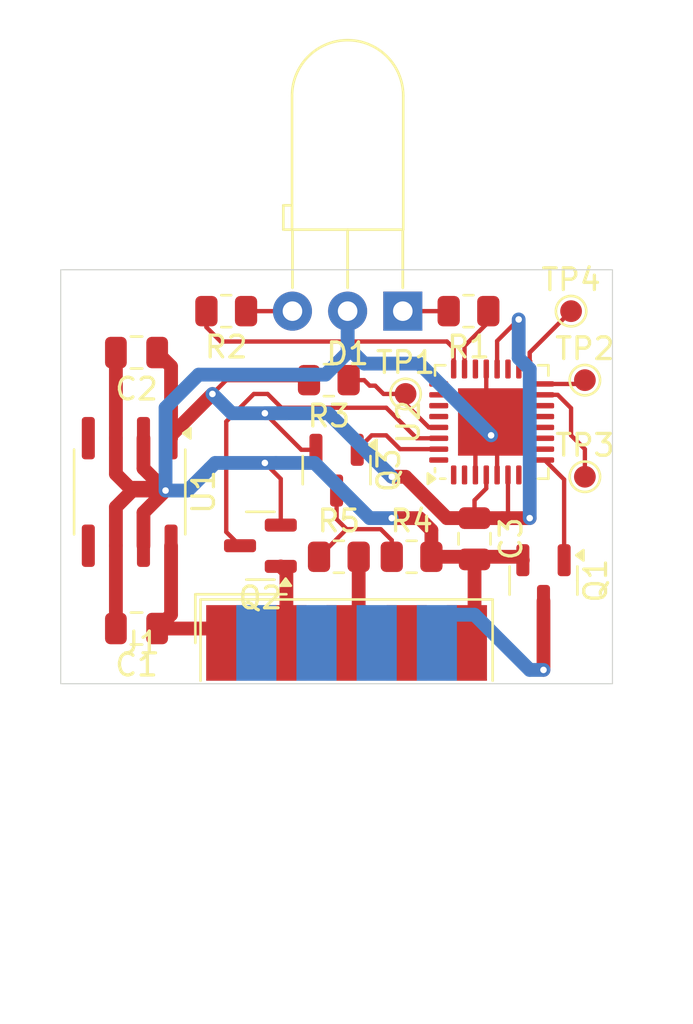
<source format=kicad_pcb>
(kicad_pcb (version 20240108) (generator "pcbnew") (generator_version "8.0")
  (layers (0 "F.Cu" signal) (31 "B.Cu" signal) (34 "B.Paste" user) (35 "F.Paste" user) (36 "B.SilkS" user "B.Silkscreen") (37 "F.SilkS" user "F.Silkscreen") (38 "B.Mask" user) (39 "F.Mask" user) (44 "Edge.Cuts" user))
  (net 0 "")
  (net 7 "GND")
  (net 8 "Net-(U1-IN)")
  (net 25 "Net-(Q1-C)")
  (net 26 "Net-(Q2-B)")
  (net 27 "Net-(U2-PC6{slash}~{RESET})")
  (net 28 "Net-(U2-PB4)")
  (net 29 "Net-(U2-PB3)")
  (net 30 "Net-(U2-PB5)")
  (net 31 "VCC")
  (net 32 "Net-(Q1-B)")
  (net 33 "Net-(Q2-C)")
  (net 34 "Net-(Q3-B)")
  (net 35 "Net-(U2-PC0)")
  (net 36 "Net-(U2-PC1)")
  (net 37 "Net-(J1-Pad3)")
  (net 38 "Net-(Q3-C)")
  (net 39 "Net-(D1-A2)")
  (net 40 "Net-(D1-A1)")
  (footprint "TestPoint:TestPoint_Pad_D1.0mm" (layer "F.Cu") (at 161.29 107.315)
    (property "Reference" "TP3" (at 0 -1.448 0) (layer "F.SilkS"))
    (property "Value" "TestPoint")
    (fp_circle (center 0 0) (end 0 0.7) (stroke (width 0.12)) (fill none) (layer "F.SilkS"))
    (pad "1" smd circle (at 0 0) (size 1 1) (layers "F.Cu" "F.Mask") (net 29 "Net-(U2-PB3)"))
  )
  (footprint "Resistor_SMD:R_0805_2012Metric" (layer "F.Cu") (at 144.78 99.695 180)
    (property "Reference" "R2" (at 0 -1.65 360) (layer "F.SilkS"))
    (property "Value" "271")
    (fp_line (start -0.227064 0.735) (end 0.227064 0.735) (stroke (width 0.12)) (layer "F.SilkS"))
    (fp_line (start -0.227064 -0.735) (end 0.227064 -0.735) (stroke (width 0.12)) (layer "F.SilkS"))
    (pad "1" smd roundrect (at -0.9125 0 180) (size 1.025 1.4) (layers "F.Cu" "F.Paste" "F.Mask") (roundrect_rratio 0.243902) (net 39 "Net-(D1-A2)"))
    (pad "2" smd roundrect (at 0.9125 0 180) (size 1.025 1.4) (layers "F.Cu" "F.Paste" "F.Mask") (roundrect_rratio 0.243902) (net 36 "Net-(U2-PC1)"))
  )
  (footprint "Capacitor_SMD:C_0805_2012Metric" (layer "F.Cu") (at 156.21 110.17 -90)
    (property "Reference" "C3" (at 0 -1.68 90) (layer "F.SilkS"))
    (property "Value" "C")
    (fp_line (start -0.261252 0.735) (end 0.261252 0.735) (stroke (width 0.12)) (layer "F.SilkS"))
    (fp_line (start -0.261252 -0.735) (end 0.261252 -0.735) (stroke (width 0.12)) (layer "F.SilkS"))
    (pad "1" smd roundrect (at -0.95 0 270) (size 1 1.45) (layers "F.Cu" "F.Paste" "F.Mask") (net 31 "VCC"))
    (pad "2" smd roundrect (at 0.95 0 270) (size 1 1.45) (layers "F.Cu" "F.Paste" "F.Mask") (net 7 "GND"))
  )
  (footprint "Capacitor_SMD:C_0805_2012Metric" (layer "F.Cu") (at 140.65 114.3 180)
    (property "Reference" "C1" (at 0 -1.68 360) (layer "F.SilkS"))
    (property "Value" "C")
    (fp_line (start -0.261252 0.735) (end 0.261252 0.735) (stroke (width 0.12)) (layer "F.SilkS"))
    (fp_line (start -0.261252 -0.735) (end 0.261252 -0.735) (stroke (width 0.12)) (layer "F.SilkS"))
    (pad "1" smd roundrect (at -0.95 0 180) (size 1 1.45) (layers "F.Cu" "F.Paste" "F.Mask") (net 8 "Net-(U1-IN)"))
    (pad "2" smd roundrect (at 0.95 0 180) (size 1 1.45) (layers "F.Cu" "F.Paste" "F.Mask") (net 7 "GND"))
  )
  (footprint "Resistor_SMD:R_0805_2012Metric" (layer "F.Cu") (at 149.9635 110.998)
    (property "Reference" "R5" (at 0 -1.65 0) (layer "F.SilkS"))
    (property "Value" "18A")
    (fp_line (start -0.227064 -0.735) (end 0.227064 -0.735) (stroke (width 0.12)) (layer "F.SilkS"))
    (fp_line (start -0.227064 0.735) (end 0.227064 0.735) (stroke (width 0.12)) (layer "F.SilkS"))
    (pad "1" smd roundrect (at -0.9125 0) (size 1.025 1.4) (layers "F.Cu" "F.Paste" "F.Mask") (roundrect_rratio 0.243902) (net 38 "Net-(Q3-C)"))
    (pad "2" smd roundrect (at 0.9125 0) (size 1.025 1.4) (layers "F.Cu" "F.Paste" "F.Mask") (roundrect_rratio 0.243902) (net 37 "Net-(J1-Pad3)"))
  )
  (footprint "LED_THT:LED_D5.0mm-3_Horizontal_O3.81mm_Z3.0mm" (layer "F.Cu") (at 152.908 99.695 180)
    (property "Reference" "D1" (at 2.54 -1.96 360) (layer "F.SilkS"))
    (property "Value" "LED_Dual_AKA")
    (fp_line (start 5.5 4.87) (end 5.1 4.87) (stroke (width 0.12)) (layer "F.SilkS"))
    (fp_line (start 5.5 3.75) (end 5.5 4.87) (stroke (width 0.12)) (layer "F.SilkS"))
    (fp_line (start 5.1 4.87) (end 5.1 3.75) (stroke (width 0.12)) (layer "F.SilkS"))
    (fp_line (start 5.1 3.75) (end 5.5 3.75) (stroke (width 0.12)) (layer "F.SilkS"))
    (fp_line (start 5.1 3.75) (end 5.1 9.91) (stroke (width 0.12)) (layer "F.SilkS"))
    (fp_line (start 5.08 3.75) (end 5.08 3.75) (stroke (width 0.12)) (layer "F.SilkS"))
    (fp_line (start 5.08 3.75) (end 5.08 1.08) (stroke (width 0.12)) (layer "F.SilkS"))
    (fp_line (start 5.08 1.08) (end 5.08 3.75) (stroke (width 0.12)) (layer "F.SilkS"))
    (fp_line (start 5.08 1.08) (end 5.08 1.08) (stroke (width 0.12)) (layer "F.SilkS"))
    (fp_line (start 2.54 3.75) (end 2.54 3.75) (stroke (width 0.12)) (layer "F.SilkS"))
    (fp_line (start 2.54 3.75) (end 2.54 1.08) (stroke (width 0.12)) (layer "F.SilkS"))
    (fp_line (start 2.54 1.08) (end 2.54 3.75) (stroke (width 0.12)) (layer "F.SilkS"))
    (fp_line (start 2.54 1.08) (end 2.54 1.08) (stroke (width 0.12)) (layer "F.SilkS"))
    (fp_line (start 0 3.75) (end 0 3.75) (stroke (width 0.12)) (layer "F.SilkS"))
    (fp_line (start 0 3.75) (end 0 1.08) (stroke (width 0.12)) (layer "F.SilkS"))
    (fp_line (start 0 1.08) (end 0 3.75) (stroke (width 0.12)) (layer "F.SilkS"))
    (fp_line (start 0 1.08) (end 0 1.08) (stroke (width 0.12)) (layer "F.SilkS"))
    (fp_line (start -0.02 3.75) (end 5.1 3.75) (stroke (width 0.12)) (layer "F.SilkS"))
    (fp_line (start -0.02 3.75) (end -0.02 9.91) (stroke (width 0.12)) (layer "F.SilkS"))
    (fp_arc (start 5.1 9.91) (mid 2.54 12.47) (end -0.02 9.91) (stroke (width 0.12)) (layer "F.SilkS"))
    (pad "1" thru_hole rect (at 0 0 180) (size 1.8 1.8) (drill 0.9) (layers "*.Cu" "*.Mask") (net 40 "Net-(D1-A1)"))
    (pad "2" thru_hole circle (at 2.54 0 180) (size 1.8 1.8) (drill 0.9) (layers "*.Cu" "*.Mask") (net 7 "GND"))
    (pad "3" thru_hole circle (at 5.08 0 180) (size 1.8 1.8) (drill 0.9) (layers "*.Cu" "*.Mask") (net 39 "Net-(D1-A2)"))
  )
  (footprint "Package_TO_SOT_SMD:SOT-23" (layer "F.Cu") (at 146.3525 110.49 180)
    (property "Reference" "Q2" (at 0 -2.4 360) (layer "F.SilkS"))
    (property "Value" "BCR533")
    (fp_line (start 0 1.56) (end 0.65 1.56) (stroke (width 0.12)) (layer "F.SilkS"))
    (fp_line (start 0 1.56) (end -0.65 1.56) (stroke (width 0.12)) (layer "F.SilkS"))
    (fp_line (start 0 -1.56) (end 0.65 -1.56) (stroke (width 0.12)) (layer "F.SilkS"))
    (fp_line (start 0 -1.56) (end -0.65 -1.56) (stroke (width 0.12)) (layer "F.SilkS"))
    (fp_poly (pts (xy -1.1625 -1.51) (xy -1.4025 -1.84) (xy -0.9225 -1.84) (xy -1.1625 -1.51)) (stroke (width 0.12)) (fill solid) (layer "F.SilkS"))
    (pad "1" smd roundrect (at -0.9375 -0.95 180) (size 1.475 0.6) (layers "F.Cu" "F.Paste" "F.Mask") (net 26 "Net-(Q2-B)"))
    (pad "2" smd roundrect (at -0.9375 0.95 180) (size 1.475 0.6) (layers "F.Cu" "F.Paste" "F.Mask") (net 7 "GND"))
    (pad "3" smd roundrect (at 0.9375 0 180) (size 1.475 0.6) (layers "F.Cu" "F.Paste" "F.Mask") (net 33 "Net-(Q2-C)"))
  )
  (footprint "TestPoint:TestPoint_Pad_D1.0mm" (layer "F.Cu") (at 153.035 103.505)
    (property "Reference" "TP1" (at 0 -1.448 0) (layer "F.SilkS"))
    (property "Value" "TestPoint")
    (fp_circle (center 0 0) (end 0 0.7) (stroke (width 0.12)) (fill none) (layer "F.SilkS"))
    (pad "1" smd circle (at 0 0) (size 1 1) (layers "F.Cu" "F.Mask") (net 27 "Net-(U2-PC6{slash}~{RESET})"))
  )
  (footprint "Resistor_SMD:R_0805_2012Metric" (layer "F.Cu") (at 155.9325 99.695 180)
    (property "Reference" "R1" (at 0 -1.65 360) (layer "F.SilkS"))
    (property "Value" "271")
    (fp_line (start -0.227064 0.735) (end 0.227064 0.735) (stroke (width 0.12)) (layer "F.SilkS"))
    (fp_line (start -0.227064 -0.735) (end 0.227064 -0.735) (stroke (width 0.12)) (layer "F.SilkS"))
    (pad "1" smd roundrect (at -0.9125 0 180) (size 1.025 1.4) (layers "F.Cu" "F.Paste" "F.Mask") (roundrect_rratio 0.243902) (net 35 "Net-(U2-PC0)"))
    (pad "2" smd roundrect (at 0.9125 0 180) (size 1.025 1.4) (layers "F.Cu" "F.Paste" "F.Mask") (roundrect_rratio 0.243902) (net 40 "Net-(D1-A1)"))
  )
  (footprint "Resistor_SMD:R_0805_2012Metric" (layer "F.Cu") (at 149.5025 102.87 180)
    (property "Reference" "R3" (at 0 -1.65 360) (layer "F.SilkS"))
    (property "Value" "472")
    (fp_line (start -0.227064 0.735) (end 0.227064 0.735) (stroke (width 0.12)) (layer "F.SilkS"))
    (fp_line (start -0.227064 -0.735) (end 0.227064 -0.735) (stroke (width 0.12)) (layer "F.SilkS"))
    (pad "1" smd roundrect (at -0.9125 0 180) (size 1.025 1.4) (layers "F.Cu" "F.Paste" "F.Mask") (roundrect_rratio 0.243902) (net 27 "Net-(U2-PC6{slash}~{RESET})"))
    (pad "2" smd roundrect (at 0.9125 0 180) (size 1.025 1.4) (layers "F.Cu" "F.Paste" "F.Mask") (roundrect_rratio 0.243902) (net 31 "VCC"))
  )
  (footprint "Resistor_SMD:R_0805_2012Metric" (layer "F.Cu") (at 153.3125 110.998)
    (property "Reference" "R4" (at 0 -1.65 0) (layer "F.SilkS"))
    (property "Value" "472")
    (fp_line (start -0.227064 -0.735) (end 0.227064 -0.735) (stroke (width 0.12)) (layer "F.SilkS"))
    (fp_line (start -0.227064 0.735) (end 0.227064 0.735) (stroke (width 0.12)) (layer "F.SilkS"))
    (pad "1" smd roundrect (at -0.9125 0) (size 1.025 1.4) (layers "F.Cu" "F.Paste" "F.Mask") (roundrect_rratio 0.243902) (net 38 "Net-(Q3-C)"))
    (pad "2" smd roundrect (at 0.9125 0) (size 1.025 1.4) (layers "F.Cu" "F.Paste" "F.Mask") (roundrect_rratio 0.243902) (net 7 "GND"))
  )
  (footprint "TestPoint:TestPoint_Pad_D1.0mm" (layer "F.Cu") (at 160.655 99.695)
    (property "Reference" "TP4" (at 0 -1.448 0) (layer "F.SilkS"))
    (property "Value" "TestPoint")
    (fp_circle (center 0 0) (end 0 0.7) (stroke (width 0.12)) (fill none) (layer "F.SilkS"))
    (pad "1" smd circle (at 0 0) (size 1 1) (layers "F.Cu" "F.Mask") (net 30 "Net-(U2-PB5)"))
  )
  (footprint "Connector_Dsub:DSUB-9_Male_EdgeMount_P2.77mm" (layer "F.Cu") (at 150.32 114.9625)
    (property "Reference" "J1" (at -9.463333 0 0) (layer "F.SilkS"))
    (property "Value" "DE9_Plug")
    (fp_line (start -6.963333 -2.24) (end -2.77 -2.24) (stroke (width 0.12)) (layer "F.SilkS"))
    (fp_line (start -6.963333 0) (end -6.963333 -2.24) (stroke (width 0.12)) (layer "F.SilkS"))
    (fp_line (start -6.723333 -2) (end -6.723333 1.74) (stroke (width 0.12)) (layer "F.SilkS"))
    (fp_line (start 6.723333 -2) (end -6.723333 -2) (stroke (width 0.12)) (layer "F.SilkS"))
    (fp_line (start 6.723333 1.74) (end 6.723333 -2) (stroke (width 0.12)) (layer "F.SilkS"))
    (pad "1" smd rect (at -5.54 0) (size 1.846667 3.48) (layers "F.Cu" "F.Paste" "F.Mask") (net 8 "Net-(U1-IN)"))
    (pad "2" smd rect (at -2.77 0) (size 1.846667 3.48) (layers "F.Cu" "F.Paste" "F.Mask") (net 26 "Net-(Q2-B)"))
    (pad "3" smd rect (at 0 0) (size 1.846667 3.48) (layers "F.Cu" "F.Paste" "F.Mask") (net 37 "Net-(J1-Pad3)"))
    (pad "4" smd rect (at 2.77 0) (size 1.846667 3.48) (layers "F.Cu" "F.Paste" "F.Mask"))
    (pad "5" smd rect (at 5.54 0) (size 1.846667 3.48) (layers "F.Cu" "F.Paste" "F.Mask") (net 7 "GND"))
    (pad "6" smd rect (at -4.155 0) (size 1.846667 3.48) (layers "B.Cu" "B.Paste" "B.Mask"))
    (pad "7" smd rect (at -1.385 0) (size 1.846667 3.48) (layers "B.Cu" "B.Paste" "B.Mask"))
    (pad "8" smd rect (at 1.385 0) (size 1.846667 3.48) (layers "B.Cu" "B.Paste" "B.Mask"))
    (pad "9" smd rect (at 4.155 0) (size 1.846667 3.48) (layers "B.Cu" "B.Paste" "B.Mask") (net 25 "Net-(Q1-C)"))
  )
  (footprint "TestPoint:TestPoint_Pad_D1.0mm" (layer "F.Cu") (at 161.29 102.87)
    (property "Reference" "TP2" (at 0 -1.448 0) (layer "F.SilkS"))
    (property "Value" "TestPoint")
    (fp_circle (center 0 0) (end 0 0.7) (stroke (width 0.12)) (fill none) (layer "F.SilkS"))
    (pad "1" smd circle (at 0 0) (size 1 1) (layers "F.Cu" "F.Mask") (net 28 "Net-(U2-PB4)"))
  )
  (footprint "Package_SO:SOIC-8_3.9x4.9mm_P1.27mm" (layer "F.Cu") (at 140.335 108.015 -90)
    (property "Reference" "U1" (at 0 -3.4 90) (layer "F.SilkS"))
    (property "Value" "L78L05_SO8")
    (fp_line (start 0 2.56) (end -1.95 2.56) (stroke (width 0.12)) (layer "F.SilkS"))
    (fp_line (start 0 2.56) (end 1.95 2.56) (stroke (width 0.12)) (layer "F.SilkS"))
    (fp_line (start 0 -2.56) (end -1.95 -2.56) (stroke (width 0.12)) (layer "F.SilkS"))
    (fp_line (start 0 -2.56) (end 1.95 -2.56) (stroke (width 0.12)) (layer "F.SilkS"))
    (fp_poly (pts (xy -2.7 -2.465) (xy -2.94 -2.795) (xy -2.46 -2.795) (xy -2.7 -2.465)) (stroke (width 0.12)) (fill solid) (layer "F.SilkS"))
    (pad "1" smd roundrect (at -2.475 -1.905 270) (size 1.95 0.6) (layers "F.Cu" "F.Paste" "F.Mask") (net 31 "VCC"))
    (pad "2" smd roundrect (at -2.475 -0.635 270) (size 1.95 0.6) (layers "F.Cu" "F.Paste" "F.Mask") (net 7 "GND"))
    (pad "3" smd roundrect (at -2.475 0.635 270) (size 1.95 0.6) (layers "F.Cu" "F.Paste" "F.Mask") (net 7 "GND"))
    (pad "4" smd roundrect (at -2.475 1.905 270) (size 1.95 0.6) (layers "F.Cu" "F.Paste" "F.Mask"))
    (pad "5" smd roundrect (at 2.475 1.905 270) (size 1.95 0.6) (layers "F.Cu" "F.Paste" "F.Mask"))
    (pad "6" smd roundrect (at 2.475 0.635 270) (size 1.95 0.6) (layers "F.Cu" "F.Paste" "F.Mask") (net 7 "GND"))
    (pad "7" smd roundrect (at 2.475 -0.635 270) (size 1.95 0.6) (layers "F.Cu" "F.Paste" "F.Mask") (net 7 "GND"))
    (pad "8" smd roundrect (at 2.475 -1.905 270) (size 1.95 0.6) (layers "F.Cu" "F.Paste" "F.Mask") (net 8 "Net-(U1-IN)"))
  )
  (footprint "Package_TO_SOT_SMD:SOT-23" (layer "F.Cu") (at 149.86 107.0125 -90)
    (property "Reference" "Q3" (at 0 -2.4 90) (layer "F.SilkS"))
    (property "Value" "BCR562")
    (fp_line (start 0 1.56) (end -0.65 1.56) (stroke (width 0.12)) (layer "F.SilkS"))
    (fp_line (start 0 1.56) (end 0.65 1.56) (stroke (width 0.12)) (layer "F.SilkS"))
    (fp_line (start 0 -1.56) (end -0.65 -1.56) (stroke (width 0.12)) (layer "F.SilkS"))
    (fp_line (start 0 -1.56) (end 0.65 -1.56) (stroke (width 0.12)) (layer "F.SilkS"))
    (fp_poly (pts (xy -1.1625 -1.51) (xy -1.4025 -1.84) (xy -0.9225 -1.84) (xy -1.1625 -1.51)) (stroke (width 0.12)) (fill solid) (layer "F.SilkS"))
    (pad "1" smd roundrect (at -0.9375 -0.95 270) (size 1.475 0.6) (layers "F.Cu" "F.Paste" "F.Mask") (net 34 "Net-(Q3-B)"))
    (pad "2" smd roundrect (at -0.9375 0.95 270) (size 1.475 0.6) (layers "F.Cu" "F.Paste" "F.Mask") (net 31 "VCC"))
    (pad "3" smd roundrect (at 0.9375 0 270) (size 1.475 0.6) (layers "F.Cu" "F.Paste" "F.Mask") (net 38 "Net-(Q3-C)"))
  )
  (footprint "Package_DFN_QFN:QFN-32-1EP_5x5mm_P0.5mm_EP3.1x3.1mm" (layer "F.Cu") (at 157 104.795 90)
    (property "Reference" "U2" (at 0 -3.83 90) (layer "F.SilkS"))
    (property "Value" "ATmega8A-M")
    (fp_line (start 2.61 -2.61) (end 2.61 -2.135) (stroke (width 0.12)) (layer "F.SilkS"))
    (fp_line (start 2.135 -2.61) (end 2.61 -2.61) (stroke (width 0.12)) (layer "F.SilkS"))
    (fp_line (start -2.135 -2.61) (end -2.31 -2.61) (stroke (width 0.12)) (layer "F.SilkS"))
    (fp_line (start -2.61 -2.135) (end -2.61 -2.37) (stroke (width 0.12)) (layer "F.SilkS"))
    (fp_line (start 2.61 2.61) (end 2.61 2.135) (stroke (width 0.12)) (layer "F.SilkS"))
    (fp_line (start 2.135 2.61) (end 2.61 2.61) (stroke (width 0.12)) (layer "F.SilkS"))
    (fp_line (start -2.135 2.61) (end -2.61 2.61) (stroke (width 0.12)) (layer "F.SilkS"))
    (fp_line (start -2.61 2.61) (end -2.61 2.135) (stroke (width 0.12)) (layer "F.SilkS"))
    (fp_poly (pts (xy -2.61 -2.61) (xy -2.85 -2.94) (xy -2.37 -2.94) (xy -2.61 -2.61)) (stroke (width 0.12)) (fill solid) (layer "F.SilkS"))
    (pad "1" smd roundrect (at -2.4375 -1.75 90) (size 0.875 0.25) (layers "F.Cu" "F.Paste" "F.Mask"))
    (pad "2" smd roundrect (at -2.4375 -1.25 90) (size 0.875 0.25) (layers "F.Cu" "F.Paste" "F.Mask"))
    (pad "3" smd roundrect (at -2.4375 -0.75 90) (size 0.875 0.25) (layers "F.Cu" "F.Paste" "F.Mask") (net 7 "GND"))
    (pad "4" smd roundrect (at -2.4375 -0.25 90) (size 0.875 0.25) (layers "F.Cu" "F.Paste" "F.Mask") (net 31 "VCC"))
    (pad "5" smd roundrect (at -2.4375 0.25 90) (size 0.875 0.25) (layers "F.Cu" "F.Paste" "F.Mask") (net 7 "GND"))
    (pad "6" smd roundrect (at -2.4375 0.75 90) (size 0.875 0.25) (layers "F.Cu" "F.Paste" "F.Mask") (net 31 "VCC"))
    (pad "7" smd roundrect (at -2.4375 1.25 90) (size 0.875 0.25) (layers "F.Cu" "F.Paste" "F.Mask"))
    (pad "8" smd roundrect (at -2.4375 1.75 90) (size 0.875 0.25) (layers "F.Cu" "F.Paste" "F.Mask"))
    (pad "9" smd roundrect (at -1.75 2.4375 90) (size 0.25 0.875) (layers "F.Cu" "F.Paste" "F.Mask") (net 32 "Net-(Q1-B)"))
    (pad "10" smd roundrect (at -1.25 2.4375 90) (size 0.25 0.875) (layers "F.Cu" "F.Paste" "F.Mask"))
    (pad "11" smd roundrect (at -0.75 2.4375 90) (size 0.25 0.875) (layers "F.Cu" "F.Paste" "F.Mask"))
    (pad "12" smd roundrect (at -0.25 2.4375 90) (size 0.25 0.875) (layers "F.Cu" "F.Paste" "F.Mask"))
    (pad "13" smd roundrect (at 0.25 2.4375 90) (size 0.25 0.875) (layers "F.Cu" "F.Paste" "F.Mask"))
    (pad "14" smd roundrect (at 0.75 2.4375 90) (size 0.25 0.875) (layers "F.Cu" "F.Paste" "F.Mask"))
    (pad "15" smd roundrect (at 1.25 2.4375 90) (size 0.25 0.875) (layers "F.Cu" "F.Paste" "F.Mask") (net 29 "Net-(U2-PB3)"))
    (pad "16" smd roundrect (at 1.75 2.4375 90) (size 0.25 0.875) (layers "F.Cu" "F.Paste" "F.Mask") (net 28 "Net-(U2-PB4)"))
    (pad "17" smd roundrect (at 2.4375 1.75 90) (size 0.875 0.25) (layers "F.Cu" "F.Paste" "F.Mask") (net 30 "Net-(U2-PB5)"))
    (pad "18" smd roundrect (at 2.4375 1.25 90) (size 0.875 0.25) (layers "F.Cu" "F.Paste" "F.Mask") (net 31 "VCC"))
    (pad "19" smd roundrect (at 2.4375 0.75 90) (size 0.875 0.25) (layers "F.Cu" "F.Paste" "F.Mask"))
    (pad "20" smd roundrect (at 2.4375 0.25 90) (size 0.875 0.25) (layers "F.Cu" "F.Paste" "F.Mask") (net 31 "VCC"))
    (pad "21" smd roundrect (at 2.4375 -0.25 90) (size 0.875 0.25) (layers "F.Cu" "F.Paste" "F.Mask") (net 7 "GND"))
    (pad "22" smd roundrect (at 2.4375 -0.75 90) (size 0.875 0.25) (layers "F.Cu" "F.Paste" "F.Mask"))
    (pad "23" smd roundrect (at 2.4375 -1.25 90) (size 0.875 0.25) (layers "F.Cu" "F.Paste" "F.Mask") (net 35 "Net-(U2-PC0)"))
    (pad "24" smd roundrect (at 2.4375 -1.75 90) (size 0.875 0.25) (layers "F.Cu" "F.Paste" "F.Mask") (net 36 "Net-(U2-PC1)"))
    (pad "25" smd roundrect (at 1.75 -2.4375 90) (size 0.25 0.875) (layers "F.Cu" "F.Paste" "F.Mask"))
    (pad "26" smd roundrect (at 1.25 -2.4375 90) (size 0.25 0.875) (layers "F.Cu" "F.Paste" "F.Mask"))
    (pad "27" smd roundrect (at 0.75 -2.4375 90) (size 0.25 0.875) (layers "F.Cu" "F.Paste" "F.Mask"))
    (pad "28" smd roundrect (at 0.25 -2.4375 90) (size 0.25 0.875) (layers "F.Cu" "F.Paste" "F.Mask"))
    (pad "29" smd roundrect (at -0.25 -2.4375 90) (size 0.25 0.875) (layers "F.Cu" "F.Paste" "F.Mask") (net 27 "Net-(U2-PC6{slash}~{RESET})"))
    (pad "30" smd roundrect (at -0.75 -2.4375 90) (size 0.25 0.875) (layers "F.Cu" "F.Paste" "F.Mask") (net 33 "Net-(Q2-C)"))
    (pad "31" smd roundrect (at -1.25 -2.4375 90) (size 0.25 0.875) (layers "F.Cu" "F.Paste" "F.Mask") (net 34 "Net-(Q3-B)"))
    (pad "32" smd roundrect (at -1.75 -2.4375 90) (size 0.25 0.875) (layers "F.Cu" "F.Paste" "F.Mask"))
    (pad "33" smd rect (at 0 0 90) (size 3.1 3.1) (property pad_prop_heatsink) (layers "F.Cu" "F.Mask") (net 7 "GND"))
  )
  (footprint "Capacitor_SMD:C_0805_2012Metric" (layer "F.Cu") (at 140.65 101.6 180)
    (property "Reference" "C2" (at 0 -1.68 360) (layer "F.SilkS"))
    (property "Value" "C")
    (fp_line (start -0.261252 0.735) (end 0.261252 0.735) (stroke (width 0.12)) (layer "F.SilkS"))
    (fp_line (start -0.261252 -0.735) (end 0.261252 -0.735) (stroke (width 0.12)) (layer "F.SilkS"))
    (pad "1" smd roundrect (at -0.95 0 180) (size 1 1.45) (layers "F.Cu" "F.Paste" "F.Mask") (net 31 "VCC"))
    (pad "2" smd roundrect (at 0.95 0 180) (size 1 1.45) (layers "F.Cu" "F.Paste" "F.Mask") (net 7 "GND"))
  )
  (footprint "Package_TO_SOT_SMD:SOT-23" (layer "F.Cu") (at 159.385 112.0925 -90)
    (property "Reference" "Q1" (at 0 -2.4 90) (layer "F.SilkS"))
    (property "Value" "BCR533")
    (fp_line (start 0 1.56) (end -0.65 1.56) (stroke (width 0.12)) (layer "F.SilkS"))
    (fp_line (start 0 1.56) (end 0.65 1.56) (stroke (width 0.12)) (layer "F.SilkS"))
    (fp_line (start 0 -1.56) (end -0.65 -1.56) (stroke (width 0.12)) (layer "F.SilkS"))
    (fp_line (start 0 -1.56) (end 0.65 -1.56) (stroke (width 0.12)) (layer "F.SilkS"))
    (fp_poly (pts (xy -1.1625 -1.51) (xy -1.4025 -1.84) (xy -0.9225 -1.84) (xy -1.1625 -1.51)) (stroke (width 0.12)) (fill solid) (layer "F.SilkS"))
    (pad "1" smd roundrect (at -0.9375 -0.95 270) (size 1.475 0.6) (layers "F.Cu" "F.Paste" "F.Mask") (net 32 "Net-(Q1-B)"))
    (pad "2" smd roundrect (at -0.9375 0.95 270) (size 1.475 0.6) (layers "F.Cu" "F.Paste" "F.Mask") (net 7 "GND"))
    (pad "3" smd roundrect (at 0.9375 0 270) (size 1.475 0.6) (layers "F.Cu" "F.Paste" "F.Mask") (net 25 "Net-(Q1-C)"))
  )
  (gr_rect (start 137.16 97.79) (end 162.56 116.84) (stroke (width 0.05)) (fill none) (layer "Edge.Cuts"))
  (segment (start 152.4 109.22) (end 153.67 109.22) (width 0.635) (layer "F.Cu") (net 7))
  (segment (start 139.7 107.188) (end 139.7 105.54) (width 0.635) (layer "F.Cu") (net 7))
  (segment (start 156.21 114.6125) (end 155.86 114.9625) (width 0.635) (layer "F.Cu") (net 7))
  (segment (start 140.97 108.966) (end 140.97 110.49) (width 0.635) (layer "F.Cu") (net 7))
  (segment (start 154.225 109.775) (end 154.225 110.998) (width 0.635) (layer "F.Cu") (net 7))
  (segment (start 141.986 107.95) (end 140.462 107.95) (width 0.635) (layer "F.Cu") (net 7))
  (segment (start 141.859 107.823) (end 140.335 107.823) (width 0.635) (layer "F.Cu") (net 7))
  (segment (start 141.986 107.95) (end 141.859 107.823) (width 0.635) (layer "F.Cu") (net 7))
  (segment (start 156.25 107.2325) (end 156.25 105.545) (width 0.2) (layer "F.Cu") (net 7))
  (segment (start 140.97 106.934) (end 140.97 105.54) (width 0.635) (layer "F.Cu") (net 7))
  (segment (start 139.7 108.712) (end 139.7 110.49) (width 0.635) (layer "F.Cu") (net 7))
  (segment (start 156.75 104.545) (end 157 104.795) (width 0.2) (layer "F.Cu") (net 7))
  (segment (start 154.225 110.998) (end 158.278 110.998) (width 0.635) (layer "F.Cu") (net 7))
  (segment (start 139.7 105.54) (end 139.7 101.6) (width 0.635) (layer "F.Cu") (net 7))
  (segment (start 156.75 102.3575) (end 156.75 104.545) (width 0.2) (layer "F.Cu") (net 7))
  (segment (start 140.335 107.823) (end 139.7 107.188) (width 0.635) (layer "F.Cu") (net 7))
  (segment (start 153.67 109.22) (end 154.225 109.775) (width 0.635) (layer "F.Cu") (net 7))
  (segment (start 157.25 105.045) (end 157 104.795) (width 0.2) (layer "F.Cu") (net 7))
  (segment (start 141.986 107.95) (end 140.97 106.934) (width 0.635) (layer "F.Cu") (net 7))
  (segment (start 156.21 111.12) (end 156.21 114.6125) (width 0.635) (layer "F.Cu") (net 7))
  (segment (start 156.25 105.545) (end 157 104.795) (width 0.2) (layer "F.Cu") (net 7))
  (segment (start 157.25 107.2325) (end 157.25 105.045) (width 0.2) (layer "F.Cu") (net 7))
  (segment (start 147.29 109.54) (end 147.29 107.412) (width 0.2) (layer "F.Cu") (net 7))
  (segment (start 139.7 110.49) (end 139.7 114.3) (width 0.635) (layer "F.Cu") (net 7))
  (segment (start 147.29 107.412) (end 146.558 106.68) (width 0.2) (layer "F.Cu") (net 7))
  (segment (start 141.986 107.95) (end 140.97 108.966) (width 0.635) (layer "F.Cu") (net 7))
  (segment (start 140.462 107.95) (end 139.7 108.712) (width 0.635) (layer "F.Cu") (net 7))
  (segment (start 158.278 110.998) (end 158.435 111.155) (width 0.635) (layer "F.Cu") (net 7))
  (via (at 146.558 106.68) (size 0.6) (drill 0.3) (layers "F.Cu" "B.Cu") (net 7))
  (via (at 152.4 109.22) (size 0.6) (drill 0.3) (layers "F.Cu" "B.Cu") (net 7))
  (via (at 156.972 105.41) (size 0.6) (drill 0.3) (layers "F.Cu" "B.Cu") (net 7))
  (via (at 141.986 107.95) (size 0.6) (drill 0.3) (layers "F.Cu" "B.Cu") (net 7))
  (segment (start 147.066 106.68) (end 144.272 106.68) (width 0.635) (layer "B.Cu") (net 7))
  (segment (start 144.272 106.68) (end 144.018 106.934) (width 0.635) (layer "B.Cu") (net 7))
  (segment (start 150.368 99.695) (end 150.368 101.346) (width 0.635) (layer "B.Cu") (net 7))
  (segment (start 151.384 109.22) (end 148.844 106.68) (width 0.635) (layer "B.Cu") (net 7))
  (segment (start 141.986 107.95) (end 141.986 104.14) (width 0.635) (layer "B.Cu") (net 7))
  (segment (start 152.4 109.22) (end 151.384 109.22) (width 0.635) (layer "B.Cu") (net 7))
  (segment (start 144.018 106.934) (end 143.002 107.95) (width 0.635) (layer "B.Cu") (net 7))
  (segment (start 150.368 101.6) (end 150.368 99.695) (width 0.635) (layer "B.Cu") (net 7))
  (segment (start 151.13 102.108) (end 153.67 102.108) (width 0.635) (layer "B.Cu") (net 7))
  (segment (start 149.352 102.616) (end 150.368 101.6) (width 0.635) (layer "B.Cu") (net 7))
  (segment (start 143.002 107.95) (end 141.986 107.95) (width 0.635) (layer "B.Cu") (net 7))
  (segment (start 150.368 101.346) (end 151.13 102.108) (width 0.635) (layer "B.Cu") (net 7))
  (segment (start 148.844 106.68) (end 147.066 106.68) (width 0.635) (layer "B.Cu") (net 7))
  (segment (start 141.986 104.14) (end 143.51 102.616) (width 0.635) (layer "B.Cu") (net 7))
  (segment (start 153.67 102.108) (end 156.972 105.41) (width 0.635) (layer "B.Cu") (net 7))
  (segment (start 143.51 102.616) (end 149.352 102.616) (width 0.635) (layer "B.Cu") (net 7))
  (segment (start 144.1175 114.3) (end 144.78 114.9625) (width 0.635) (layer "F.Cu") (net 8))
  (segment (start 141.6 114.3) (end 144.1175 114.3) (width 0.635) (layer "F.Cu") (net 8))
  (segment (start 142.24 110.49) (end 142.24 113.66) (width 0.635) (layer "F.Cu") (net 8))
  (segment (start 142.24 113.66) (end 141.6 114.3) (width 0.635) (layer "F.Cu") (net 8))
  (segment (start 159.385 116.205) (end 159.385 113.03) (width 0.635) (layer "F.Cu") (net 25))
  (via (at 159.385 116.205) (size 0.6) (drill 0.3) (layers "F.Cu" "B.Cu") (net 25))
  (segment (start 154.475 114.9625) (end 154.475 114.13) (width 0.635) (layer "B.Cu") (net 25))
  (segment (start 154.475 114.13) (end 154.94 113.665) (width 0.635) (layer "B.Cu") (net 25))
  (segment (start 154.94 113.665) (end 156.21 113.665) (width 0.635) (layer "B.Cu") (net 25))
  (segment (start 156.21 113.665) (end 156.845 114.3) (width 0.635) (layer "B.Cu") (net 25))
  (segment (start 156.845 114.3) (end 158.75 116.205) (width 0.635) (layer "B.Cu") (net 25))
  (segment (start 158.75 116.205) (end 159.385 116.205) (width 0.635) (layer "B.Cu") (net 25))
  (segment (start 147.55 111.7) (end 147.29 111.44) (width 0.635) (layer "F.Cu") (net 26))
  (segment (start 147.55 114.9625) (end 147.55 111.7) (width 0.635) (layer "F.Cu") (net 26))
  (segment (start 151.384 103.124) (end 151.13 102.87) (width 0.2) (layer "F.Cu") (net 27))
  (segment (start 152.019 103.505) (end 151.638 103.124) (width 0.2) (layer "F.Cu") (net 27))
  (segment (start 153.035 103.505) (end 152.019 103.505) (width 0.2) (layer "F.Cu") (net 27))
  (segment (start 151.13 102.87) (end 150.415 102.87) (width 0.2) (layer "F.Cu") (net 27))
  (segment (start 154.110614 105.045) (end 153.035 103.969386) (width 0.2) (layer "F.Cu") (net 27))
  (segment (start 153.035 103.969386) (end 153.035 103.505) (width 0.2) (layer "F.Cu") (net 27))
  (segment (start 151.638 103.124) (end 151.384 103.124) (width 0.2) (layer "F.Cu") (net 27))
  (segment (start 154.5625 105.045) (end 154.110614 105.045) (width 0.2) (layer "F.Cu") (net 27))
  (segment (start 161.115 103.045) (end 161.29 102.87) (width 0.2) (layer "F.Cu") (net 28))
  (segment (start 159.4375 103.045) (end 161.115 103.045) (width 0.2) (layer "F.Cu") (net 28))
  (segment (start 160.655 105.41) (end 160.655 104.160614) (width 0.2) (layer "F.Cu") (net 29))
  (segment (start 160.655 104.160614) (end 160.039386 103.545) (width 0.2) (layer "F.Cu") (net 29))
  (segment (start 161.29 106.045) (end 160.655 105.41) (width 0.2) (layer "F.Cu") (net 29))
  (segment (start 161.29 107.315) (end 161.29 106.045) (width 0.2) (layer "F.Cu") (net 29))
  (segment (start 160.039386 103.545) (end 159.4375 103.545) (width 0.2) (layer "F.Cu") (net 29))
  (segment (start 158.75 102.3575) (end 158.75 101.6) (width 0.2) (layer "F.Cu") (net 30))
  (segment (start 158.75 101.6) (end 160.655 99.695) (width 0.2) (layer "F.Cu") (net 30))
  (segment (start 158.25 100.084) (end 158.242 100.076) (width 0.2) (layer "F.Cu") (net 31))
  (segment (start 156.75 107.2325) (end 156.75 107.855) (width 0.2) (layer "F.Cu") (net 31))
  (segment (start 148.239 106.075) (end 146.558 104.394) (width 0.2) (layer "F.Cu") (net 31))
  (segment (start 157.75 108.95) (end 157.48 109.22) (width 0.2) (layer "F.Cu") (net 31))
  (segment (start 156.21 109.22) (end 154.94 109.22) (width 0.635) (layer "F.Cu") (net 31))
  (segment (start 142.24 102.24) (end 141.6 101.6) (width 0.635) (layer "F.Cu") (net 31))
  (segment (start 157.25 102.3575) (end 157.25 101.068) (width 0.2) (layer "F.Cu") (net 31))
  (segment (start 156.75 107.855) (end 156.21 108.395) (width 0.2) (layer "F.Cu") (net 31))
  (segment (start 154.94 109.22) (end 154.305 108.585) (width 0.635) (layer "F.Cu") (net 31))
  (segment (start 144.78 102.87) (end 144.145 103.505) (width 0.2) (layer "F.Cu") (net 31))
  (segment (start 142.24 105.54) (end 142.24 102.24) (width 0.635) (layer "F.Cu") (net 31))
  (segment (start 142.24 105.54) (end 142.24 105.41) (width 0.635) (layer "F.Cu") (net 31))
  (segment (start 157.25 101.068) (end 158.242 100.076) (width 0.2) (layer "F.Cu") (net 31))
  (segment (start 142.24 105.41) (end 144.145 103.505) (width 0.635) (layer "F.Cu") (net 31))
  (segment (start 153.035 107.315) (end 152.4 107.315) (width 0.635) (layer "F.Cu") (net 31))
  (segment (start 156.21 108.395) (end 156.21 109.22) (width 0.2) (layer "F.Cu") (net 31))
  (segment (start 148.91 106.075) (end 148.239 106.075) (width 0.2) (layer "F.Cu") (net 31))
  (segment (start 148.59 102.87) (end 144.78 102.87) (width 0.2) (layer "F.Cu") (net 31))
  (segment (start 158.25 102.3575) (end 158.25 100.084) (width 0.2) (layer "F.Cu") (net 31))
  (segment (start 157.48 109.22) (end 158.75 109.22) (width 0.635) (layer "F.Cu") (net 31))
  (segment (start 154.305 108.585) (end 153.035 107.315) (width 0.635) (layer "F.Cu") (net 31))
  (segment (start 154.94 109.22) (end 157.48 109.22) (width 0.635) (layer "F.Cu") (net 31))
  (segment (start 157.75 107.2325) (end 157.75 108.95) (width 0.2) (layer "F.Cu") (net 31))
  (via (at 146.558 104.394) (size 0.6) (drill 0.3) (layers "F.Cu" "B.Cu") (net 31))
  (via (at 158.242 100.076) (size 0.6) (drill 0.3) (layers "F.Cu" "B.Cu") (net 31))
  (via (at 144.145 103.505) (size 0.6) (drill 0.3) (layers "F.Cu" "B.Cu") (net 31))
  (via (at 152.4 107.315) (size 0.6) (drill 0.3) (layers "F.Cu" "B.Cu") (net 31))
  (via (at 158.75 109.22) (size 0.6) (drill 0.3) (layers "F.Cu" "B.Cu") (net 31))
  (segment (start 158.75 102.362) (end 158.242 101.854) (width 0.635) (layer "B.Cu") (net 31))
  (segment (start 147.574 104.394) (end 146.558 104.394) (width 0.635) (layer "B.Cu") (net 31))
  (segment (start 158.242 101.854) (end 158.242 100.076) (width 0.635) (layer "B.Cu") (net 31))
  (segment (start 158.75 109.22) (end 158.75 102.362) (width 0.635) (layer "B.Cu") (net 31))
  (segment (start 147.574 104.394) (end 145.034 104.394) (width 0.635) (layer "B.Cu") (net 31))
  (segment (start 149.479 104.394) (end 147.574 104.394) (width 0.635) (layer "B.Cu") (net 31))
  (segment (start 152.4 107.315) (end 149.479 104.394) (width 0.635) (layer "B.Cu") (net 31))
  (segment (start 145.034 104.394) (end 144.145 103.505) (width 0.635) (layer "B.Cu") (net 31))
  (segment (start 160.335 111.155) (end 160.335 107.4425) (width 0.2) (layer "F.Cu") (net 32))
  (segment (start 160.335 107.4425) (end 159.4375 106.545) (width 0.2) (layer "F.Cu") (net 32))
  (segment (start 152.146 104.14) (end 147.32 104.14) (width 0.2) (layer "F.Cu") (net 33))
  (segment (start 146.05 103.505) (end 144.78 104.775) (width 0.2) (layer "F.Cu") (net 33))
  (segment (start 144.78 109.855) (end 145.415 110.49) (width 0.2) (layer "F.Cu") (net 33))
  (segment (start 146.685 103.505) (end 146.05 103.505) (width 0.2) (layer "F.Cu") (net 33))
  (segment (start 147.32 104.14) (end 146.685 103.505) (width 0.2) (layer "F.Cu") (net 33))
  (segment (start 154.5625 105.545) (end 153.551 105.545) (width 0.2) (layer "F.Cu") (net 33))
  (segment (start 144.78 104.775) (end 144.78 109.855) (width 0.2) (layer "F.Cu") (net 33))
  (segment (start 153.551 105.545) (end 152.146 104.14) (width 0.2) (layer "F.Cu") (net 33))
  (segment (start 152.781 106.045) (end 152.146 105.41) (width 0.2) (layer "F.Cu") (net 34))
  (segment (start 152.146 105.41) (end 151.475 105.41) (width 0.2) (layer "F.Cu") (net 34))
  (segment (start 154.5625 106.045) (end 152.781 106.045) (width 0.2) (layer "F.Cu") (net 34))
  (segment (start 151.475 105.41) (end 150.81 106.075) (width 0.2) (layer "F.Cu") (net 34))
  (segment (start 156.718 100.33) (end 155.75 101.298) (width 0.2) (layer "F.Cu") (net 35))
  (segment (start 155.75 101.298) (end 155.75 102.3575) (width 0.2) (layer "F.Cu") (net 35))
  (segment (start 156.718 99.822) (end 156.718 100.33) (width 0.2) (layer "F.Cu") (net 35))
  (segment (start 156.845 99.695) (end 156.718 99.822) (width 0.2) (layer "F.Cu") (net 35))
  (segment (start 155.25 102.3575) (end 155.25 101.402) (width 0.2) (layer "F.Cu") (net 36))
  (segment (start 155.25 101.402) (end 154.94 101.092) (width 0.2) (layer "F.Cu") (net 36))
  (segment (start 154.94 101.092) (end 144.526 101.092) (width 0.2) (layer "F.Cu") (net 36))
  (segment (start 144.526 101.092) (end 143.8675 100.4335) (width 0.2) (layer "F.Cu") (net 36))
  (segment (start 143.8675 100.4335) (end 143.8675 99.695) (width 0.2) (layer "F.Cu") (net 36))
  (segment (start 150.876 110.998) (end 150.876 114.4065) (width 0.635) (layer "F.Cu") (net 37))
  (segment (start 150.876 114.4065) (end 150.32 114.9625) (width 0.635) (layer "F.Cu") (net 37))
  (segment (start 150.321 109.728) (end 151.892 109.728) (width 0.2) (layer "F.Cu") (net 38))
  (segment (start 151.892 109.728) (end 152.4 110.236) (width 0.2) (layer "F.Cu") (net 38))
  (segment (start 149.86 107.95) (end 149.86 109.267) (width 0.2) (layer "F.Cu") (net 38))
  (segment (start 149.86 109.267) (end 150.321 109.728) (width 0.2) (layer "F.Cu") (net 38))
  (segment (start 149.051 110.998) (end 150.321 109.728) (width 0.2) (layer "F.Cu") (net 38))
  (segment (start 152.4 110.236) (end 152.4 110.998) (width 0.2) (layer "F.Cu") (net 38))
  (segment (start 145.6925 99.695) (end 147.828 99.695) (width 0.2) (layer "F.Cu") (net 39))
  (segment (start 155.02 99.695) (end 152.908 99.695) (width 0.2) (layer "F.Cu") (net 40))
)
</source>
